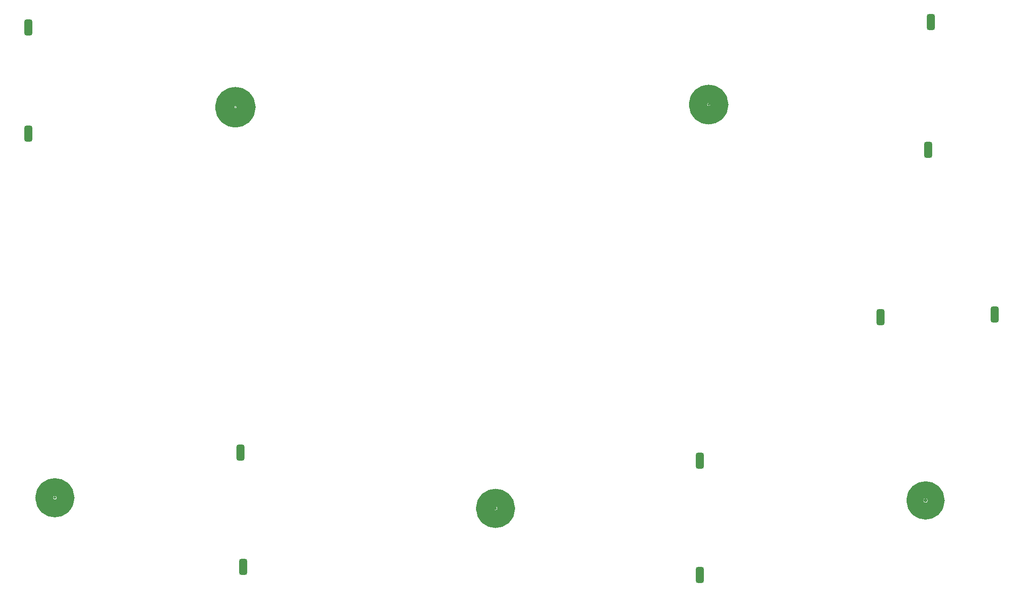
<source format=gts>
%TF.GenerationSoftware,KiCad,Pcbnew,9.0.4*%
%TF.CreationDate,2025-11-17T00:44:37-05:00*%
%TF.ProjectId,new_plasma_pcb,6e65775f-706c-4617-936d-615f7063622e,rev?*%
%TF.SameCoordinates,Original*%
%TF.FileFunction,Soldermask,Top*%
%TF.FilePolarity,Negative*%
%FSLAX46Y46*%
G04 Gerber Fmt 4.6, Leading zero omitted, Abs format (unit mm)*
G04 Created by KiCad (PCBNEW 9.0.4) date 2025-11-17 00:44:37*
%MOMM*%
%LPD*%
G01*
G04 APERTURE LIST*
G04 Aperture macros list*
%AMRoundRect*
0 Rectangle with rounded corners*
0 $1 Rounding radius*
0 $2 $3 $4 $5 $6 $7 $8 $9 X,Y pos of 4 corners*
0 Add a 4 corners polygon primitive as box body*
4,1,4,$2,$3,$4,$5,$6,$7,$8,$9,$2,$3,0*
0 Add four circle primitives for the rounded corners*
1,1,$1+$1,$2,$3*
1,1,$1+$1,$4,$5*
1,1,$1+$1,$6,$7*
1,1,$1+$1,$8,$9*
0 Add four rect primitives between the rounded corners*
20,1,$1+$1,$2,$3,$4,$5,0*
20,1,$1+$1,$4,$5,$6,$7,0*
20,1,$1+$1,$6,$7,$8,$9,0*
20,1,$1+$1,$8,$9,$2,$3,0*%
G04 Aperture macros list end*
%ADD10C,3.600000*%
%ADD11C,3.500000*%
%ADD12C,3.350000*%
%ADD13C,3.400000*%
%ADD14C,3.200000*%
%ADD15C,0.300000*%
%ADD16C,0.500000*%
%ADD17C,0.600000*%
%ADD18RoundRect,0.375000X-0.375000X-1.125000X0.375000X-1.125000X0.375000X1.125000X-0.375000X1.125000X0*%
%ADD19C,0.700000*%
G04 APERTURE END LIST*
D10*
%TO.C,REF\u002A\u002A*%
X100500000Y-61000000D02*
G75*
G02*
X96500000Y-61000000I-2000000J0D01*
G01*
X96500000Y-61000000D02*
G75*
G02*
X100500000Y-61000000I2000000J0D01*
G01*
D11*
X189650000Y-60500000D02*
G75*
G02*
X185650000Y-60500000I-2000000J0D01*
G01*
X185650000Y-60500000D02*
G75*
G02*
X189650000Y-60500000I2000000J0D01*
G01*
D12*
X149500000Y-136500000D02*
G75*
G02*
X145500000Y-136500000I-2000000J0D01*
G01*
X145500000Y-136500000D02*
G75*
G02*
X149500000Y-136500000I2000000J0D01*
G01*
D13*
X66500000Y-134500000D02*
G75*
G02*
X62500000Y-134500000I-2000000J0D01*
G01*
X62500000Y-134500000D02*
G75*
G02*
X66500000Y-134500000I2000000J0D01*
G01*
D14*
X230500000Y-135000000D02*
G75*
G02*
X226500000Y-135000000I-2000000J0D01*
G01*
X226500000Y-135000000D02*
G75*
G02*
X230500000Y-135000000I2000000J0D01*
G01*
%TD*%
D15*
%TO.C,REF\u002A\u002A*%
X98500000Y-61000000D03*
%TD*%
D16*
%TO.C,REF\u002A\u002A*%
X187650000Y-60500000D03*
%TD*%
D17*
%TO.C,REF\u002A\u002A*%
X147500000Y-136500000D03*
%TD*%
D18*
%TO.C,GND*%
X241500000Y-100000000D03*
%TD*%
%TO.C,GND*%
X229000000Y-69000000D03*
%TD*%
D16*
%TO.C,REF\u002A\u002A*%
X64500000Y-134500000D03*
%TD*%
D18*
%TO.C,V+*%
X99500000Y-126000000D03*
%TD*%
%TO.C,V+*%
X229500000Y-45000000D03*
%TD*%
%TO.C,V+*%
X220000000Y-100500000D03*
%TD*%
%TO.C,V+*%
X59500000Y-46000000D03*
%TD*%
%TO.C,GND*%
X186000000Y-149000000D03*
%TD*%
%TO.C,GND*%
X59500000Y-66000000D03*
%TD*%
D19*
%TO.C,REF\u002A\u002A*%
X228500000Y-135000000D03*
%TD*%
D18*
%TO.C,V+*%
X186000000Y-127500000D03*
%TD*%
%TO.C,GND*%
X100000000Y-147500000D03*
%TD*%
M02*

</source>
